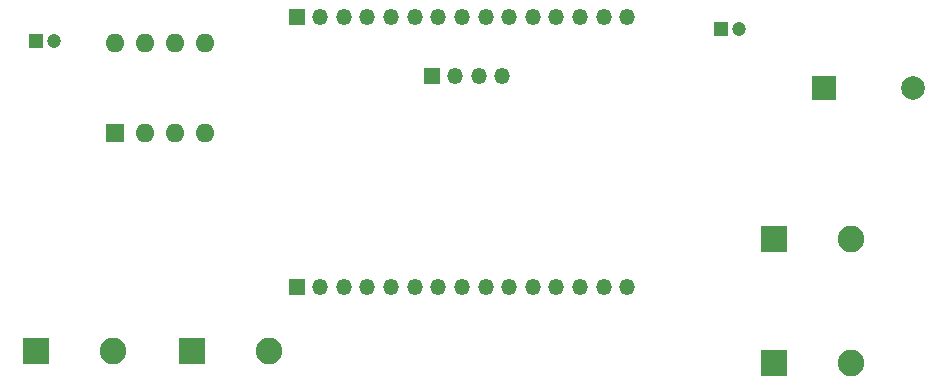
<source format=gbr>
%TF.GenerationSoftware,KiCad,Pcbnew,8.0.4*%
%TF.CreationDate,2024-12-14T18:04:41+05:30*%
%TF.ProjectId,snakeGameConsole,736e616b-6547-4616-9d65-436f6e736f6c,rev?*%
%TF.SameCoordinates,Original*%
%TF.FileFunction,Soldermask,Top*%
%TF.FilePolarity,Negative*%
%FSLAX46Y46*%
G04 Gerber Fmt 4.6, Leading zero omitted, Abs format (unit mm)*
G04 Created by KiCad (PCBNEW 8.0.4) date 2024-12-14 18:04:41*
%MOMM*%
%LPD*%
G01*
G04 APERTURE LIST*
%ADD10R,2.000000X2.000000*%
%ADD11C,2.000000*%
%ADD12R,2.250000X2.250000*%
%ADD13C,2.250000*%
%ADD14R,1.200000X1.200000*%
%ADD15C,1.200000*%
%ADD16R,1.600000X1.600000*%
%ADD17O,1.600000X1.600000*%
%ADD18R,1.350000X1.350000*%
%ADD19O,1.350000X1.350000*%
G04 APERTURE END LIST*
D10*
%TO.C,LS1*%
X173200000Y-96000000D03*
D11*
X180800000Y-96000000D03*
%TD*%
D12*
%TO.C,SW3*%
X106500000Y-118250000D03*
D13*
X113000000Y-118250000D03*
%TD*%
D14*
%TO.C,C1*%
X106500000Y-92000000D03*
D15*
X108000000Y-92000000D03*
%TD*%
D16*
%TO.C,U1*%
X113200000Y-99800000D03*
D17*
X115740000Y-99800000D03*
X118280000Y-99800000D03*
X120820000Y-99800000D03*
X120820000Y-92180000D03*
X118280000Y-92180000D03*
X115740000Y-92180000D03*
X113200000Y-92180000D03*
%TD*%
D12*
%TO.C,SW1*%
X169000000Y-108750000D03*
D13*
X175500000Y-108750000D03*
%TD*%
D12*
%TO.C,SW2*%
X119750000Y-118250000D03*
D13*
X126250000Y-118250000D03*
%TD*%
D12*
%TO.C,SW4*%
X169000000Y-119250000D03*
D13*
X175500000Y-119250000D03*
%TD*%
D14*
%TO.C,C2*%
X164500000Y-91000000D03*
D15*
X166000000Y-91000000D03*
%TD*%
D18*
%TO.C,J3*%
X140000000Y-95000000D03*
D19*
X142000000Y-95000000D03*
X144000000Y-95000000D03*
X146000000Y-95000000D03*
%TD*%
D18*
%TO.C,J6*%
X128570000Y-90000000D03*
D19*
X130570000Y-90000000D03*
X132570000Y-90000000D03*
X134570000Y-90000000D03*
X136570000Y-90000000D03*
X138570000Y-90000000D03*
X140570000Y-90000000D03*
X142570000Y-90000000D03*
X144570000Y-90000000D03*
X146570000Y-90000000D03*
X148570000Y-90000000D03*
X150570000Y-90000000D03*
X152570000Y-90000000D03*
X154570000Y-90000000D03*
X156570000Y-90000000D03*
%TD*%
D18*
%TO.C,J1*%
X128570000Y-112860000D03*
D19*
X130570000Y-112860000D03*
X132570000Y-112860000D03*
X134570000Y-112860000D03*
X136570000Y-112860000D03*
X138570000Y-112860000D03*
X140570000Y-112860000D03*
X142570000Y-112860000D03*
X144570000Y-112860000D03*
X146570000Y-112860000D03*
X148570000Y-112860000D03*
X150570000Y-112860000D03*
X152570000Y-112860000D03*
X154570000Y-112860000D03*
X156570000Y-112860000D03*
%TD*%
M02*

</source>
